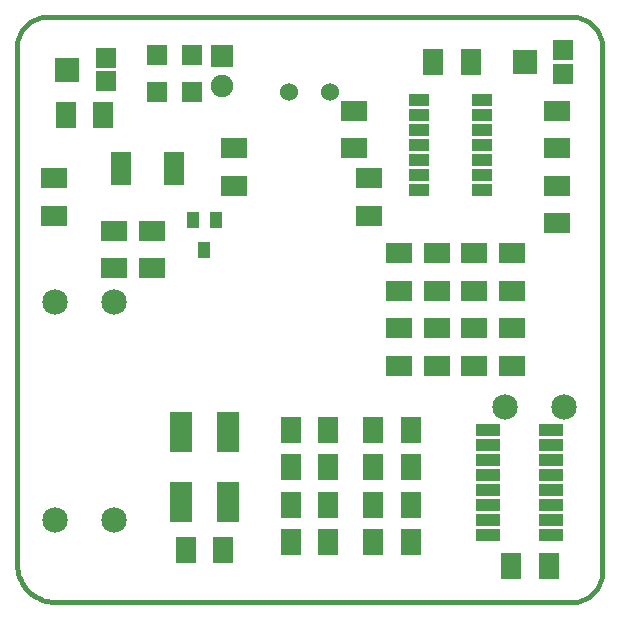
<source format=gbs>
G04 (created by PCBNEW-RS274X (2011-05-25)-stable) date Sun 24 Mar 2013 20:47:49 CET*
G01*
G70*
G90*
%MOIN*%
G04 Gerber Fmt 3.4, Leading zero omitted, Abs format*
%FSLAX34Y34*%
G04 APERTURE LIST*
%ADD10C,0.006000*%
%ADD11C,0.015000*%
%ADD12R,0.070000X0.036000*%
%ADD13C,0.060000*%
%ADD14C,0.085000*%
%ADD15R,0.075000X0.075000*%
%ADD16C,0.075000*%
%ADD17R,0.075100X0.134200*%
%ADD18R,0.044000X0.055000*%
%ADD19R,0.067200X0.067200*%
%ADD20R,0.065000X0.040000*%
%ADD21R,0.079100X0.083000*%
%ADD22R,0.090900X0.067200*%
%ADD23R,0.067200X0.090900*%
%ADD24R,0.081000X0.044000*%
G04 APERTURE END LIST*
G54D10*
G54D11*
X67250Y-28250D02*
X49750Y-28250D01*
X68250Y-46750D02*
X68250Y-29250D01*
X68250Y-29250D02*
X68246Y-29163D01*
X68234Y-29077D01*
X68215Y-28992D01*
X68189Y-28908D01*
X68156Y-28828D01*
X68116Y-28751D01*
X68069Y-28677D01*
X68016Y-28608D01*
X67957Y-28543D01*
X67892Y-28484D01*
X67823Y-28431D01*
X67750Y-28384D01*
X67672Y-28344D01*
X67592Y-28311D01*
X67508Y-28285D01*
X67423Y-28266D01*
X67337Y-28254D01*
X67250Y-28250D01*
X50000Y-47750D02*
X67250Y-47750D01*
X48750Y-46500D02*
X48750Y-29250D01*
X48750Y-46500D02*
X48755Y-46608D01*
X48769Y-46717D01*
X48793Y-46823D01*
X48826Y-46927D01*
X48868Y-47028D01*
X48918Y-47124D01*
X48977Y-47216D01*
X49043Y-47303D01*
X49117Y-47383D01*
X49197Y-47457D01*
X49284Y-47523D01*
X49376Y-47582D01*
X49472Y-47632D01*
X49573Y-47674D01*
X49677Y-47707D01*
X49783Y-47731D01*
X49892Y-47745D01*
X50000Y-47750D01*
X67250Y-47750D02*
X67337Y-47746D01*
X67423Y-47734D01*
X67508Y-47715D01*
X67592Y-47689D01*
X67672Y-47656D01*
X67750Y-47616D01*
X67823Y-47569D01*
X67892Y-47516D01*
X67957Y-47457D01*
X68016Y-47392D01*
X68069Y-47323D01*
X68116Y-47249D01*
X68156Y-47172D01*
X68189Y-47092D01*
X68215Y-47008D01*
X68234Y-46923D01*
X68246Y-46837D01*
X68250Y-46750D01*
X49750Y-28250D02*
X49663Y-28254D01*
X49577Y-28266D01*
X49492Y-28285D01*
X49408Y-28311D01*
X49328Y-28344D01*
X49251Y-28384D01*
X49177Y-28431D01*
X49108Y-28484D01*
X49043Y-28543D01*
X48984Y-28608D01*
X48931Y-28677D01*
X48884Y-28751D01*
X48844Y-28828D01*
X48811Y-28908D01*
X48785Y-28992D01*
X48766Y-29077D01*
X48754Y-29163D01*
X48750Y-29250D01*
G54D12*
X53975Y-32915D03*
X53975Y-33170D03*
X53975Y-33430D03*
X53975Y-33685D03*
X52225Y-33685D03*
X52225Y-33430D03*
X52225Y-33170D03*
X52225Y-32915D03*
G54D13*
X59189Y-30750D03*
X57811Y-30750D03*
G54D14*
X50016Y-45000D03*
X51984Y-45000D03*
X50016Y-37750D03*
X51984Y-37750D03*
X65016Y-41250D03*
X66984Y-41250D03*
G54D15*
X55600Y-29550D03*
G54D16*
X55600Y-30550D03*
G54D17*
X54213Y-44431D03*
X55787Y-44431D03*
X54213Y-42069D03*
X55787Y-42069D03*
G54D18*
X55375Y-35000D03*
X54625Y-35000D03*
X55000Y-36000D03*
G54D19*
X54571Y-29500D03*
X53429Y-29500D03*
X53429Y-30750D03*
X54571Y-30750D03*
G54D20*
X62150Y-34000D03*
X62150Y-33500D03*
X62150Y-33000D03*
X62150Y-32500D03*
X62150Y-32000D03*
X62150Y-31500D03*
X62150Y-31000D03*
X64250Y-31000D03*
X64250Y-31500D03*
X64250Y-32000D03*
X64250Y-32500D03*
X64250Y-33000D03*
X64250Y-33500D03*
X64250Y-34000D03*
G54D21*
X50429Y-30000D03*
G54D19*
X51709Y-29606D03*
X51709Y-30394D03*
G54D21*
X65679Y-29750D03*
G54D19*
X66959Y-29356D03*
X66959Y-30144D03*
G54D22*
X62750Y-39880D03*
X62750Y-38620D03*
G54D23*
X61880Y-42000D03*
X60620Y-42000D03*
G54D22*
X61500Y-39880D03*
X61500Y-38620D03*
X61500Y-36120D03*
X61500Y-37380D03*
G54D23*
X54370Y-46000D03*
X55630Y-46000D03*
X61880Y-44500D03*
X60620Y-44500D03*
X59130Y-44500D03*
X57870Y-44500D03*
X59130Y-45750D03*
X57870Y-45750D03*
X61880Y-45750D03*
X60620Y-45750D03*
X61880Y-43250D03*
X60620Y-43250D03*
X59130Y-43250D03*
X57870Y-43250D03*
X59130Y-42000D03*
X57870Y-42000D03*
G54D22*
X62750Y-36120D03*
X62750Y-37380D03*
X65250Y-36120D03*
X65250Y-37380D03*
X65250Y-39880D03*
X65250Y-38620D03*
X64000Y-39880D03*
X64000Y-38620D03*
X64000Y-36120D03*
X64000Y-37380D03*
X60000Y-32630D03*
X60000Y-31370D03*
G54D23*
X62620Y-29750D03*
X63880Y-29750D03*
G54D22*
X66750Y-33870D03*
X66750Y-35130D03*
X66750Y-31370D03*
X66750Y-32630D03*
X60500Y-34880D03*
X60500Y-33620D03*
G54D23*
X50370Y-31500D03*
X51630Y-31500D03*
G54D22*
X50000Y-33620D03*
X50000Y-34880D03*
X52000Y-35370D03*
X52000Y-36630D03*
X53250Y-35370D03*
X53250Y-36630D03*
X56000Y-33880D03*
X56000Y-32620D03*
G54D24*
X64437Y-45500D03*
X66563Y-45500D03*
X64437Y-45000D03*
X66563Y-45000D03*
X64437Y-44500D03*
X66563Y-44500D03*
X64437Y-44000D03*
X66563Y-44000D03*
X64437Y-43500D03*
X66563Y-43500D03*
X64437Y-43000D03*
X66563Y-43000D03*
X64437Y-42500D03*
X66563Y-42500D03*
X64437Y-42000D03*
X66563Y-42000D03*
G54D23*
X66480Y-46550D03*
X65220Y-46550D03*
M02*

</source>
